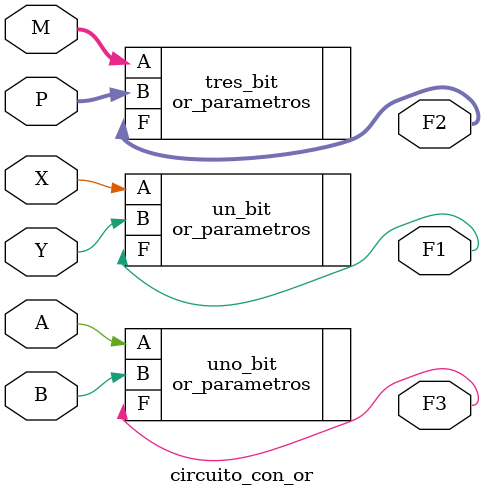
<source format=v>
module circuito_con_or(
    input X,Y,A,B,
	input [2:0]M,P,
	output F1,F3,
    output [2:0]F2
);

or_parametros #(1) un_bit(
    .A(X),
	.B(Y),
	.F(F1)
);

or_parametros #(3) tres_bit(
    .A(M),
	.B(P),
	.F(F2)
);

or_parametros #(1) uno_bit(
    .A(A),
	.B(B),
	.F(F3)
);
endmodule
</source>
